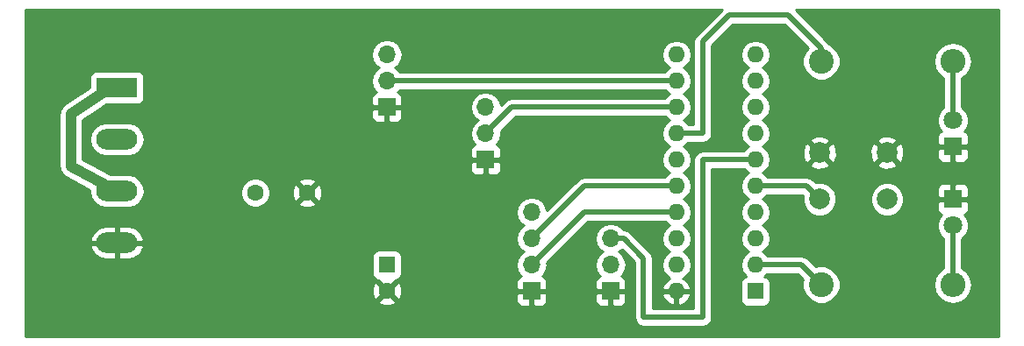
<source format=gbr>
G04 #@! TF.FileFunction,Copper,L2,Bot,Signal*
%FSLAX46Y46*%
G04 Gerber Fmt 4.6, Leading zero omitted, Abs format (unit mm)*
G04 Created by KiCad (PCBNEW 4.0.2+dfsg1-stable) date Wed 21 Feb 2018 02:58:10 PM CET*
%MOMM*%
G01*
G04 APERTURE LIST*
%ADD10C,0.100000*%
%ADD11R,1.600000X1.600000*%
%ADD12C,1.600000*%
%ADD13R,1.800000X1.800000*%
%ADD14C,1.800000*%
%ADD15R,1.700000X1.700000*%
%ADD16O,1.700000X1.700000*%
%ADD17R,3.960000X1.980000*%
%ADD18O,3.960000X1.980000*%
%ADD19C,2.400000*%
%ADD20O,2.400000X2.400000*%
%ADD21C,2.000000*%
%ADD22O,1.600000X1.600000*%
%ADD23C,0.500000*%
%ADD24C,1.000000*%
%ADD25C,0.254000*%
G04 APERTURE END LIST*
D10*
D11*
X142240000Y-126365000D03*
D12*
X142240000Y-128865000D03*
D13*
X196850000Y-114935000D03*
D14*
X196850000Y-112395000D03*
D13*
X196850000Y-120015000D03*
D14*
X196850000Y-122555000D03*
D15*
X151765000Y-116205000D03*
D16*
X151765000Y-113665000D03*
X151765000Y-111125000D03*
D15*
X142240000Y-111125000D03*
D16*
X142240000Y-108585000D03*
X142240000Y-106045000D03*
D15*
X156210000Y-128905000D03*
D16*
X156210000Y-126365000D03*
X156210000Y-123825000D03*
X156210000Y-121285000D03*
D15*
X163830000Y-128905000D03*
D16*
X163830000Y-126365000D03*
X163830000Y-123825000D03*
D17*
X116205000Y-109220000D03*
D18*
X116205000Y-114220000D03*
X116205000Y-124220000D03*
X116205000Y-119220000D03*
D19*
X184150000Y-106680000D03*
D20*
X196850000Y-106680000D03*
D19*
X184150000Y-128270000D03*
D20*
X196850000Y-128270000D03*
D21*
X190500000Y-115515000D03*
X190500000Y-120015000D03*
X184000000Y-115515000D03*
X184000000Y-120015000D03*
D11*
X177800000Y-128905000D03*
D22*
X170180000Y-106045000D03*
X177800000Y-126365000D03*
X170180000Y-108585000D03*
X177800000Y-123825000D03*
X170180000Y-111125000D03*
X177800000Y-121285000D03*
X170180000Y-113665000D03*
X177800000Y-118745000D03*
X170180000Y-116205000D03*
X177800000Y-116205000D03*
X170180000Y-118745000D03*
X177800000Y-113665000D03*
X170180000Y-121285000D03*
X177800000Y-111125000D03*
X170180000Y-123825000D03*
X177800000Y-108585000D03*
X170180000Y-126365000D03*
X177800000Y-106045000D03*
X170180000Y-128905000D03*
D12*
X129540000Y-119380000D03*
X134540000Y-119380000D03*
D23*
X196850000Y-112395000D02*
X196850000Y-106680000D01*
X196850000Y-128270000D02*
X196850000Y-122555000D01*
X170180000Y-111125000D02*
X154305000Y-111125000D01*
X154305000Y-111125000D02*
X151765000Y-113665000D01*
X170180000Y-108585000D02*
X142240000Y-108585000D01*
X170180000Y-121285000D02*
X161290000Y-121285000D01*
X161290000Y-121285000D02*
X156210000Y-126365000D01*
X170180000Y-118745000D02*
X161290000Y-118745000D01*
X161290000Y-118745000D02*
X156210000Y-123825000D01*
X177800000Y-118745000D02*
X182730000Y-118745000D01*
X182730000Y-118745000D02*
X184000000Y-120015000D01*
X172720000Y-113665000D02*
X172720000Y-104775000D01*
X172720000Y-104775000D02*
X175260000Y-102235000D01*
X170180000Y-113665000D02*
X172720000Y-113665000D01*
X184150000Y-105410000D02*
X184150000Y-106680000D01*
X180975000Y-102235000D02*
X184150000Y-105410000D01*
X175260000Y-102235000D02*
X180975000Y-102235000D01*
X177800000Y-126365000D02*
X182245000Y-126365000D01*
X182245000Y-126365000D02*
X184150000Y-128270000D01*
X172720000Y-131445000D02*
X167005000Y-131445000D01*
X172720000Y-116205000D02*
X172720000Y-131445000D01*
X177800000Y-116205000D02*
X172720000Y-116205000D01*
X165100000Y-123825000D02*
X163830000Y-123825000D01*
X167005000Y-125730000D02*
X165100000Y-123825000D01*
X167005000Y-131445000D02*
X167005000Y-125730000D01*
X164465000Y-123825000D02*
X163830000Y-123825000D01*
X116205000Y-109220000D02*
X115570000Y-109220000D01*
D24*
X115570000Y-109220000D02*
X111760000Y-111760000D01*
X111760000Y-111760000D02*
X111760000Y-116840000D01*
X111760000Y-116840000D02*
X116205000Y-119220000D01*
D25*
G36*
X172094210Y-104149210D02*
X171902367Y-104436325D01*
X171902367Y-104436326D01*
X171834999Y-104775000D01*
X171835000Y-104775005D01*
X171835000Y-112780000D01*
X171309473Y-112780000D01*
X171222811Y-112650302D01*
X170840725Y-112395000D01*
X171222811Y-112139698D01*
X171533880Y-111674151D01*
X171643113Y-111125000D01*
X171533880Y-110575849D01*
X171222811Y-110110302D01*
X170840725Y-109855000D01*
X171222811Y-109599698D01*
X171533880Y-109134151D01*
X171643113Y-108585000D01*
X171533880Y-108035849D01*
X171222811Y-107570302D01*
X170840725Y-107315000D01*
X171222811Y-107059698D01*
X171533880Y-106594151D01*
X171643113Y-106045000D01*
X171533880Y-105495849D01*
X171222811Y-105030302D01*
X170757264Y-104719233D01*
X170208113Y-104610000D01*
X170151887Y-104610000D01*
X169602736Y-104719233D01*
X169137189Y-105030302D01*
X168826120Y-105495849D01*
X168716887Y-106045000D01*
X168826120Y-106594151D01*
X169137189Y-107059698D01*
X169519275Y-107315000D01*
X169137189Y-107570302D01*
X169050527Y-107700000D01*
X143429432Y-107700000D01*
X143319147Y-107534946D01*
X142989974Y-107315000D01*
X143319147Y-107095054D01*
X143641054Y-106613285D01*
X143754093Y-106045000D01*
X143641054Y-105476715D01*
X143319147Y-104994946D01*
X142837378Y-104673039D01*
X142269093Y-104560000D01*
X142210907Y-104560000D01*
X141642622Y-104673039D01*
X141160853Y-104994946D01*
X140838946Y-105476715D01*
X140725907Y-106045000D01*
X140838946Y-106613285D01*
X141160853Y-107095054D01*
X141490026Y-107315000D01*
X141160853Y-107534946D01*
X140838946Y-108016715D01*
X140725907Y-108585000D01*
X140838946Y-109153285D01*
X141160853Y-109635054D01*
X141204777Y-109664403D01*
X141030302Y-109736673D01*
X140851673Y-109915301D01*
X140755000Y-110148690D01*
X140755000Y-110839250D01*
X140913750Y-110998000D01*
X142113000Y-110998000D01*
X142113000Y-110978000D01*
X142367000Y-110978000D01*
X142367000Y-110998000D01*
X143566250Y-110998000D01*
X143725000Y-110839250D01*
X143725000Y-110148690D01*
X143628327Y-109915301D01*
X143449698Y-109736673D01*
X143275223Y-109664403D01*
X143319147Y-109635054D01*
X143429432Y-109470000D01*
X169050527Y-109470000D01*
X169137189Y-109599698D01*
X169519275Y-109855000D01*
X169137189Y-110110302D01*
X169050527Y-110240000D01*
X154305000Y-110240000D01*
X153966325Y-110307367D01*
X153679210Y-110499210D01*
X153679208Y-110499213D01*
X153241652Y-110936769D01*
X153166054Y-110556715D01*
X152844147Y-110074946D01*
X152362378Y-109753039D01*
X151794093Y-109640000D01*
X151735907Y-109640000D01*
X151167622Y-109753039D01*
X150685853Y-110074946D01*
X150363946Y-110556715D01*
X150250907Y-111125000D01*
X150363946Y-111693285D01*
X150685853Y-112175054D01*
X151015026Y-112395000D01*
X150685853Y-112614946D01*
X150363946Y-113096715D01*
X150250907Y-113665000D01*
X150363946Y-114233285D01*
X150685853Y-114715054D01*
X150729777Y-114744403D01*
X150555302Y-114816673D01*
X150376673Y-114995301D01*
X150280000Y-115228690D01*
X150280000Y-115919250D01*
X150438750Y-116078000D01*
X151638000Y-116078000D01*
X151638000Y-116058000D01*
X151892000Y-116058000D01*
X151892000Y-116078000D01*
X153091250Y-116078000D01*
X153250000Y-115919250D01*
X153250000Y-115228690D01*
X153153327Y-114995301D01*
X152974698Y-114816673D01*
X152800223Y-114744403D01*
X152844147Y-114715054D01*
X153166054Y-114233285D01*
X153279093Y-113665000D01*
X153235539Y-113446040D01*
X154671579Y-112010000D01*
X169050527Y-112010000D01*
X169137189Y-112139698D01*
X169519275Y-112395000D01*
X169137189Y-112650302D01*
X168826120Y-113115849D01*
X168716887Y-113665000D01*
X168826120Y-114214151D01*
X169137189Y-114679698D01*
X169519275Y-114935000D01*
X169137189Y-115190302D01*
X168826120Y-115655849D01*
X168716887Y-116205000D01*
X168826120Y-116754151D01*
X169137189Y-117219698D01*
X169519275Y-117475000D01*
X169137189Y-117730302D01*
X169050527Y-117860000D01*
X161290005Y-117860000D01*
X161290000Y-117859999D01*
X161007516Y-117916190D01*
X160951325Y-117927367D01*
X160664210Y-118119210D01*
X160664208Y-118119213D01*
X157686651Y-121096769D01*
X157611054Y-120716715D01*
X157289147Y-120234946D01*
X156807378Y-119913039D01*
X156239093Y-119800000D01*
X156180907Y-119800000D01*
X155612622Y-119913039D01*
X155130853Y-120234946D01*
X154808946Y-120716715D01*
X154695907Y-121285000D01*
X154808946Y-121853285D01*
X155130853Y-122335054D01*
X155460026Y-122555000D01*
X155130853Y-122774946D01*
X154808946Y-123256715D01*
X154695907Y-123825000D01*
X154808946Y-124393285D01*
X155130853Y-124875054D01*
X155460026Y-125095000D01*
X155130853Y-125314946D01*
X154808946Y-125796715D01*
X154695907Y-126365000D01*
X154808946Y-126933285D01*
X155130853Y-127415054D01*
X155174777Y-127444403D01*
X155000302Y-127516673D01*
X154821673Y-127695301D01*
X154725000Y-127928690D01*
X154725000Y-128619250D01*
X154883750Y-128778000D01*
X156083000Y-128778000D01*
X156083000Y-128758000D01*
X156337000Y-128758000D01*
X156337000Y-128778000D01*
X157536250Y-128778000D01*
X157695000Y-128619250D01*
X157695000Y-127928690D01*
X157598327Y-127695301D01*
X157419698Y-127516673D01*
X157245223Y-127444403D01*
X157289147Y-127415054D01*
X157611054Y-126933285D01*
X157724093Y-126365000D01*
X157680539Y-126146041D01*
X160001579Y-123825000D01*
X162315907Y-123825000D01*
X162428946Y-124393285D01*
X162750853Y-124875054D01*
X163080026Y-125095000D01*
X162750853Y-125314946D01*
X162428946Y-125796715D01*
X162315907Y-126365000D01*
X162428946Y-126933285D01*
X162750853Y-127415054D01*
X162794777Y-127444403D01*
X162620302Y-127516673D01*
X162441673Y-127695301D01*
X162345000Y-127928690D01*
X162345000Y-128619250D01*
X162503750Y-128778000D01*
X163703000Y-128778000D01*
X163703000Y-128758000D01*
X163957000Y-128758000D01*
X163957000Y-128778000D01*
X165156250Y-128778000D01*
X165315000Y-128619250D01*
X165315000Y-127928690D01*
X165218327Y-127695301D01*
X165039698Y-127516673D01*
X164865223Y-127444403D01*
X164909147Y-127415054D01*
X165231054Y-126933285D01*
X165344093Y-126365000D01*
X165231054Y-125796715D01*
X164909147Y-125314946D01*
X164579974Y-125095000D01*
X164902749Y-124879329D01*
X166120000Y-126096579D01*
X166120000Y-131445000D01*
X166187367Y-131783675D01*
X166379210Y-132070790D01*
X166666325Y-132262633D01*
X167005000Y-132330000D01*
X172720000Y-132330000D01*
X173058675Y-132262633D01*
X173345790Y-132070790D01*
X173537633Y-131783675D01*
X173605000Y-131445000D01*
X173605000Y-117090000D01*
X176670527Y-117090000D01*
X176757189Y-117219698D01*
X177139275Y-117475000D01*
X176757189Y-117730302D01*
X176446120Y-118195849D01*
X176336887Y-118745000D01*
X176446120Y-119294151D01*
X176757189Y-119759698D01*
X177139275Y-120015000D01*
X176757189Y-120270302D01*
X176446120Y-120735849D01*
X176336887Y-121285000D01*
X176446120Y-121834151D01*
X176757189Y-122299698D01*
X177139275Y-122555000D01*
X176757189Y-122810302D01*
X176446120Y-123275849D01*
X176336887Y-123825000D01*
X176446120Y-124374151D01*
X176757189Y-124839698D01*
X177139275Y-125095000D01*
X176757189Y-125350302D01*
X176446120Y-125815849D01*
X176336887Y-126365000D01*
X176446120Y-126914151D01*
X176757189Y-127379698D01*
X176901465Y-127476101D01*
X176764683Y-127501838D01*
X176548559Y-127640910D01*
X176403569Y-127853110D01*
X176352560Y-128105000D01*
X176352560Y-129705000D01*
X176396838Y-129940317D01*
X176535910Y-130156441D01*
X176748110Y-130301431D01*
X177000000Y-130352440D01*
X178600000Y-130352440D01*
X178835317Y-130308162D01*
X179051441Y-130169090D01*
X179196431Y-129956890D01*
X179247440Y-129705000D01*
X179247440Y-128105000D01*
X179203162Y-127869683D01*
X179064090Y-127653559D01*
X178851890Y-127508569D01*
X178696911Y-127477185D01*
X178842811Y-127379698D01*
X178929473Y-127250000D01*
X181878420Y-127250000D01*
X182378840Y-127750420D01*
X182315319Y-127903395D01*
X182314682Y-128633403D01*
X182593455Y-129308086D01*
X183109199Y-129824730D01*
X183783395Y-130104681D01*
X184513403Y-130105318D01*
X185188086Y-129826545D01*
X185704730Y-129310801D01*
X185984681Y-128636605D01*
X185985000Y-128270000D01*
X194979050Y-128270000D01*
X195118731Y-128972224D01*
X195516509Y-129567541D01*
X196111826Y-129965319D01*
X196814050Y-130105000D01*
X196885950Y-130105000D01*
X197588174Y-129965319D01*
X198183491Y-129567541D01*
X198581269Y-128972224D01*
X198720950Y-128270000D01*
X198581269Y-127567776D01*
X198183491Y-126972459D01*
X197735000Y-126672787D01*
X197735000Y-123840468D01*
X198150551Y-123425643D01*
X198384733Y-122861670D01*
X198385265Y-122251009D01*
X198152068Y-121686629D01*
X197974908Y-121509159D01*
X198109699Y-121453327D01*
X198288327Y-121274698D01*
X198385000Y-121041309D01*
X198385000Y-120300750D01*
X198226250Y-120142000D01*
X196977000Y-120142000D01*
X196977000Y-120162000D01*
X196723000Y-120162000D01*
X196723000Y-120142000D01*
X195473750Y-120142000D01*
X195315000Y-120300750D01*
X195315000Y-121041309D01*
X195411673Y-121274698D01*
X195590301Y-121453327D01*
X195724994Y-121509119D01*
X195549449Y-121684357D01*
X195315267Y-122248330D01*
X195314735Y-122858991D01*
X195547932Y-123423371D01*
X195965000Y-123841169D01*
X195965000Y-126672787D01*
X195516509Y-126972459D01*
X195118731Y-127567776D01*
X194979050Y-128270000D01*
X185985000Y-128270000D01*
X185985318Y-127906597D01*
X185706545Y-127231914D01*
X185190801Y-126715270D01*
X184516605Y-126435319D01*
X183786597Y-126434682D01*
X183630684Y-126499104D01*
X182870790Y-125739210D01*
X182857006Y-125730000D01*
X182583675Y-125547367D01*
X182527484Y-125536190D01*
X182245000Y-125479999D01*
X182244995Y-125480000D01*
X178929473Y-125480000D01*
X178842811Y-125350302D01*
X178460725Y-125095000D01*
X178842811Y-124839698D01*
X179153880Y-124374151D01*
X179263113Y-123825000D01*
X179153880Y-123275849D01*
X178842811Y-122810302D01*
X178460725Y-122555000D01*
X178842811Y-122299698D01*
X179153880Y-121834151D01*
X179263113Y-121285000D01*
X179153880Y-120735849D01*
X178842811Y-120270302D01*
X178460725Y-120015000D01*
X178842811Y-119759698D01*
X178929473Y-119630000D01*
X182363420Y-119630000D01*
X182381858Y-119648438D01*
X182365284Y-119688352D01*
X182364716Y-120338795D01*
X182613106Y-120939943D01*
X183072637Y-121400278D01*
X183673352Y-121649716D01*
X184323795Y-121650284D01*
X184924943Y-121401894D01*
X185385278Y-120942363D01*
X185634716Y-120341648D01*
X185634718Y-120338795D01*
X188864716Y-120338795D01*
X189113106Y-120939943D01*
X189572637Y-121400278D01*
X190173352Y-121649716D01*
X190823795Y-121650284D01*
X191424943Y-121401894D01*
X191885278Y-120942363D01*
X192134716Y-120341648D01*
X192135284Y-119691205D01*
X191886894Y-119090057D01*
X191785706Y-118988691D01*
X195315000Y-118988691D01*
X195315000Y-119729250D01*
X195473750Y-119888000D01*
X196723000Y-119888000D01*
X196723000Y-118638750D01*
X196977000Y-118638750D01*
X196977000Y-119888000D01*
X198226250Y-119888000D01*
X198385000Y-119729250D01*
X198385000Y-118988691D01*
X198288327Y-118755302D01*
X198109699Y-118576673D01*
X197876310Y-118480000D01*
X197135750Y-118480000D01*
X196977000Y-118638750D01*
X196723000Y-118638750D01*
X196564250Y-118480000D01*
X195823690Y-118480000D01*
X195590301Y-118576673D01*
X195411673Y-118755302D01*
X195315000Y-118988691D01*
X191785706Y-118988691D01*
X191427363Y-118629722D01*
X190826648Y-118380284D01*
X190176205Y-118379716D01*
X189575057Y-118628106D01*
X189114722Y-119087637D01*
X188865284Y-119688352D01*
X188864716Y-120338795D01*
X185634718Y-120338795D01*
X185635284Y-119691205D01*
X185386894Y-119090057D01*
X184927363Y-118629722D01*
X184326648Y-118380284D01*
X183676205Y-118379716D01*
X183633812Y-118397232D01*
X183355790Y-118119210D01*
X183283565Y-118070951D01*
X183068675Y-117927367D01*
X183012484Y-117916190D01*
X182730000Y-117859999D01*
X182729995Y-117860000D01*
X178929473Y-117860000D01*
X178842811Y-117730302D01*
X178460725Y-117475000D01*
X178842811Y-117219698D01*
X179153880Y-116754151D01*
X179171109Y-116667532D01*
X183027073Y-116667532D01*
X183125736Y-116934387D01*
X183735461Y-117160908D01*
X184385460Y-117136856D01*
X184874264Y-116934387D01*
X184972927Y-116667532D01*
X189527073Y-116667532D01*
X189625736Y-116934387D01*
X190235461Y-117160908D01*
X190885460Y-117136856D01*
X191374264Y-116934387D01*
X191472927Y-116667532D01*
X190500000Y-115694605D01*
X189527073Y-116667532D01*
X184972927Y-116667532D01*
X184000000Y-115694605D01*
X183027073Y-116667532D01*
X179171109Y-116667532D01*
X179263113Y-116205000D01*
X179153880Y-115655849D01*
X178883009Y-115250461D01*
X182354092Y-115250461D01*
X182378144Y-115900460D01*
X182580613Y-116389264D01*
X182847468Y-116487927D01*
X183820395Y-115515000D01*
X184179605Y-115515000D01*
X185152532Y-116487927D01*
X185419387Y-116389264D01*
X185645908Y-115779539D01*
X185626331Y-115250461D01*
X188854092Y-115250461D01*
X188878144Y-115900460D01*
X189080613Y-116389264D01*
X189347468Y-116487927D01*
X190320395Y-115515000D01*
X190679605Y-115515000D01*
X191652532Y-116487927D01*
X191919387Y-116389264D01*
X192145908Y-115779539D01*
X192125232Y-115220750D01*
X195315000Y-115220750D01*
X195315000Y-115961309D01*
X195411673Y-116194698D01*
X195590301Y-116373327D01*
X195823690Y-116470000D01*
X196564250Y-116470000D01*
X196723000Y-116311250D01*
X196723000Y-115062000D01*
X196977000Y-115062000D01*
X196977000Y-116311250D01*
X197135750Y-116470000D01*
X197876310Y-116470000D01*
X198109699Y-116373327D01*
X198288327Y-116194698D01*
X198385000Y-115961309D01*
X198385000Y-115220750D01*
X198226250Y-115062000D01*
X196977000Y-115062000D01*
X196723000Y-115062000D01*
X195473750Y-115062000D01*
X195315000Y-115220750D01*
X192125232Y-115220750D01*
X192121856Y-115129540D01*
X191919387Y-114640736D01*
X191652532Y-114542073D01*
X190679605Y-115515000D01*
X190320395Y-115515000D01*
X189347468Y-114542073D01*
X189080613Y-114640736D01*
X188854092Y-115250461D01*
X185626331Y-115250461D01*
X185621856Y-115129540D01*
X185419387Y-114640736D01*
X185152532Y-114542073D01*
X184179605Y-115515000D01*
X183820395Y-115515000D01*
X182847468Y-114542073D01*
X182580613Y-114640736D01*
X182354092Y-115250461D01*
X178883009Y-115250461D01*
X178842811Y-115190302D01*
X178460725Y-114935000D01*
X178842811Y-114679698D01*
X179054777Y-114362468D01*
X183027073Y-114362468D01*
X184000000Y-115335395D01*
X184972927Y-114362468D01*
X189527073Y-114362468D01*
X190500000Y-115335395D01*
X191472927Y-114362468D01*
X191374264Y-114095613D01*
X190764539Y-113869092D01*
X190114540Y-113893144D01*
X189625736Y-114095613D01*
X189527073Y-114362468D01*
X184972927Y-114362468D01*
X184874264Y-114095613D01*
X184264539Y-113869092D01*
X183614540Y-113893144D01*
X183125736Y-114095613D01*
X183027073Y-114362468D01*
X179054777Y-114362468D01*
X179153880Y-114214151D01*
X179263113Y-113665000D01*
X179153880Y-113115849D01*
X178842811Y-112650302D01*
X178460725Y-112395000D01*
X178842811Y-112139698D01*
X179153880Y-111674151D01*
X179263113Y-111125000D01*
X179153880Y-110575849D01*
X178842811Y-110110302D01*
X178460725Y-109855000D01*
X178842811Y-109599698D01*
X179153880Y-109134151D01*
X179263113Y-108585000D01*
X179153880Y-108035849D01*
X178842811Y-107570302D01*
X178460725Y-107315000D01*
X178842811Y-107059698D01*
X179153880Y-106594151D01*
X179263113Y-106045000D01*
X179153880Y-105495849D01*
X178842811Y-105030302D01*
X178377264Y-104719233D01*
X177828113Y-104610000D01*
X177771887Y-104610000D01*
X177222736Y-104719233D01*
X176757189Y-105030302D01*
X176446120Y-105495849D01*
X176336887Y-106045000D01*
X176446120Y-106594151D01*
X176757189Y-107059698D01*
X177139275Y-107315000D01*
X176757189Y-107570302D01*
X176446120Y-108035849D01*
X176336887Y-108585000D01*
X176446120Y-109134151D01*
X176757189Y-109599698D01*
X177139275Y-109855000D01*
X176757189Y-110110302D01*
X176446120Y-110575849D01*
X176336887Y-111125000D01*
X176446120Y-111674151D01*
X176757189Y-112139698D01*
X177139275Y-112395000D01*
X176757189Y-112650302D01*
X176446120Y-113115849D01*
X176336887Y-113665000D01*
X176446120Y-114214151D01*
X176757189Y-114679698D01*
X177139275Y-114935000D01*
X176757189Y-115190302D01*
X176670527Y-115320000D01*
X172720000Y-115320000D01*
X172381325Y-115387367D01*
X172094210Y-115579210D01*
X171902367Y-115866325D01*
X171835000Y-116205000D01*
X171835000Y-130560000D01*
X167890000Y-130560000D01*
X167890000Y-129254039D01*
X168788096Y-129254039D01*
X168948959Y-129642423D01*
X169324866Y-130057389D01*
X169830959Y-130296914D01*
X170053000Y-130175629D01*
X170053000Y-129032000D01*
X170307000Y-129032000D01*
X170307000Y-130175629D01*
X170529041Y-130296914D01*
X171035134Y-130057389D01*
X171411041Y-129642423D01*
X171571904Y-129254039D01*
X171449915Y-129032000D01*
X170307000Y-129032000D01*
X170053000Y-129032000D01*
X168910085Y-129032000D01*
X168788096Y-129254039D01*
X167890000Y-129254039D01*
X167890000Y-125730005D01*
X167890001Y-125730000D01*
X167822633Y-125391326D01*
X167822633Y-125391325D01*
X167630790Y-125104210D01*
X167630787Y-125104208D01*
X165725790Y-123199210D01*
X165668236Y-123160754D01*
X165438675Y-123007367D01*
X165382484Y-122996190D01*
X165100000Y-122939999D01*
X165099995Y-122940000D01*
X165019432Y-122940000D01*
X164909147Y-122774946D01*
X164427378Y-122453039D01*
X163859093Y-122340000D01*
X163800907Y-122340000D01*
X163232622Y-122453039D01*
X162750853Y-122774946D01*
X162428946Y-123256715D01*
X162315907Y-123825000D01*
X160001579Y-123825000D01*
X161656579Y-122170000D01*
X169050527Y-122170000D01*
X169137189Y-122299698D01*
X169519275Y-122555000D01*
X169137189Y-122810302D01*
X168826120Y-123275849D01*
X168716887Y-123825000D01*
X168826120Y-124374151D01*
X169137189Y-124839698D01*
X169519275Y-125095000D01*
X169137189Y-125350302D01*
X168826120Y-125815849D01*
X168716887Y-126365000D01*
X168826120Y-126914151D01*
X169137189Y-127379698D01*
X169541703Y-127649986D01*
X169324866Y-127752611D01*
X168948959Y-128167577D01*
X168788096Y-128555961D01*
X168910085Y-128778000D01*
X170053000Y-128778000D01*
X170053000Y-128758000D01*
X170307000Y-128758000D01*
X170307000Y-128778000D01*
X171449915Y-128778000D01*
X171571904Y-128555961D01*
X171411041Y-128167577D01*
X171035134Y-127752611D01*
X170818297Y-127649986D01*
X171222811Y-127379698D01*
X171533880Y-126914151D01*
X171643113Y-126365000D01*
X171533880Y-125815849D01*
X171222811Y-125350302D01*
X170840725Y-125095000D01*
X171222811Y-124839698D01*
X171533880Y-124374151D01*
X171643113Y-123825000D01*
X171533880Y-123275849D01*
X171222811Y-122810302D01*
X170840725Y-122555000D01*
X171222811Y-122299698D01*
X171533880Y-121834151D01*
X171643113Y-121285000D01*
X171533880Y-120735849D01*
X171222811Y-120270302D01*
X170840725Y-120015000D01*
X171222811Y-119759698D01*
X171533880Y-119294151D01*
X171643113Y-118745000D01*
X171533880Y-118195849D01*
X171222811Y-117730302D01*
X170840725Y-117475000D01*
X171222811Y-117219698D01*
X171533880Y-116754151D01*
X171643113Y-116205000D01*
X171533880Y-115655849D01*
X171222811Y-115190302D01*
X170840725Y-114935000D01*
X171222811Y-114679698D01*
X171309473Y-114550000D01*
X172720000Y-114550000D01*
X173058675Y-114482633D01*
X173345790Y-114290790D01*
X173537633Y-114003675D01*
X173605000Y-113665000D01*
X173605000Y-105141580D01*
X175626579Y-103120000D01*
X180608420Y-103120000D01*
X182861677Y-105373256D01*
X182595270Y-105639199D01*
X182315319Y-106313395D01*
X182314682Y-107043403D01*
X182593455Y-107718086D01*
X183109199Y-108234730D01*
X183783395Y-108514681D01*
X184513403Y-108515318D01*
X185188086Y-108236545D01*
X185704730Y-107720801D01*
X185984681Y-107046605D01*
X185985000Y-106680000D01*
X194979050Y-106680000D01*
X195118731Y-107382224D01*
X195516509Y-107977541D01*
X195965000Y-108277213D01*
X195965000Y-111109532D01*
X195549449Y-111524357D01*
X195315267Y-112088330D01*
X195314735Y-112698991D01*
X195547932Y-113263371D01*
X195725092Y-113440841D01*
X195590301Y-113496673D01*
X195411673Y-113675302D01*
X195315000Y-113908691D01*
X195315000Y-114649250D01*
X195473750Y-114808000D01*
X196723000Y-114808000D01*
X196723000Y-114788000D01*
X196977000Y-114788000D01*
X196977000Y-114808000D01*
X198226250Y-114808000D01*
X198385000Y-114649250D01*
X198385000Y-113908691D01*
X198288327Y-113675302D01*
X198109699Y-113496673D01*
X197975006Y-113440881D01*
X198150551Y-113265643D01*
X198384733Y-112701670D01*
X198385265Y-112091009D01*
X198152068Y-111526629D01*
X197735000Y-111108831D01*
X197735000Y-108277213D01*
X198183491Y-107977541D01*
X198581269Y-107382224D01*
X198720950Y-106680000D01*
X198581269Y-105977776D01*
X198183491Y-105382459D01*
X197588174Y-104984681D01*
X196885950Y-104845000D01*
X196814050Y-104845000D01*
X196111826Y-104984681D01*
X195516509Y-105382459D01*
X195118731Y-105977776D01*
X194979050Y-106680000D01*
X185985000Y-106680000D01*
X185985318Y-106316597D01*
X185706545Y-105641914D01*
X185190801Y-105125270D01*
X184931824Y-105017733D01*
X184775790Y-104784210D01*
X184775787Y-104784208D01*
X181666580Y-101675000D01*
X201220000Y-101675000D01*
X201220000Y-133275000D01*
X107390000Y-133275000D01*
X107390000Y-129872745D01*
X141411861Y-129872745D01*
X141485995Y-130118864D01*
X142023223Y-130311965D01*
X142593454Y-130284778D01*
X142994005Y-130118864D01*
X143068139Y-129872745D01*
X142240000Y-129044605D01*
X141411861Y-129872745D01*
X107390000Y-129872745D01*
X107390000Y-128648223D01*
X140793035Y-128648223D01*
X140820222Y-129218454D01*
X140986136Y-129619005D01*
X141232255Y-129693139D01*
X142060395Y-128865000D01*
X142419605Y-128865000D01*
X143247745Y-129693139D01*
X143493864Y-129619005D01*
X143647795Y-129190750D01*
X154725000Y-129190750D01*
X154725000Y-129881310D01*
X154821673Y-130114699D01*
X155000302Y-130293327D01*
X155233691Y-130390000D01*
X155924250Y-130390000D01*
X156083000Y-130231250D01*
X156083000Y-129032000D01*
X156337000Y-129032000D01*
X156337000Y-130231250D01*
X156495750Y-130390000D01*
X157186309Y-130390000D01*
X157419698Y-130293327D01*
X157598327Y-130114699D01*
X157695000Y-129881310D01*
X157695000Y-129190750D01*
X162345000Y-129190750D01*
X162345000Y-129881310D01*
X162441673Y-130114699D01*
X162620302Y-130293327D01*
X162853691Y-130390000D01*
X163544250Y-130390000D01*
X163703000Y-130231250D01*
X163703000Y-129032000D01*
X163957000Y-129032000D01*
X163957000Y-130231250D01*
X164115750Y-130390000D01*
X164806309Y-130390000D01*
X165039698Y-130293327D01*
X165218327Y-130114699D01*
X165315000Y-129881310D01*
X165315000Y-129190750D01*
X165156250Y-129032000D01*
X163957000Y-129032000D01*
X163703000Y-129032000D01*
X162503750Y-129032000D01*
X162345000Y-129190750D01*
X157695000Y-129190750D01*
X157536250Y-129032000D01*
X156337000Y-129032000D01*
X156083000Y-129032000D01*
X154883750Y-129032000D01*
X154725000Y-129190750D01*
X143647795Y-129190750D01*
X143686965Y-129081777D01*
X143659778Y-128511546D01*
X143493864Y-128110995D01*
X143247745Y-128036861D01*
X142419605Y-128865000D01*
X142060395Y-128865000D01*
X141232255Y-128036861D01*
X140986136Y-128110995D01*
X140793035Y-128648223D01*
X107390000Y-128648223D01*
X107390000Y-124598865D01*
X113634782Y-124598865D01*
X113665095Y-124724528D01*
X113976149Y-125279246D01*
X114475807Y-125672703D01*
X115088000Y-125845000D01*
X116078000Y-125845000D01*
X116078000Y-124347000D01*
X116332000Y-124347000D01*
X116332000Y-125845000D01*
X117322000Y-125845000D01*
X117934193Y-125672703D01*
X118070966Y-125565000D01*
X140792560Y-125565000D01*
X140792560Y-127165000D01*
X140836838Y-127400317D01*
X140975910Y-127616441D01*
X141188110Y-127761431D01*
X141426201Y-127809646D01*
X141411861Y-127857255D01*
X142240000Y-128685395D01*
X143068139Y-127857255D01*
X143053855Y-127809833D01*
X143275317Y-127768162D01*
X143491441Y-127629090D01*
X143636431Y-127416890D01*
X143687440Y-127165000D01*
X143687440Y-125565000D01*
X143643162Y-125329683D01*
X143504090Y-125113559D01*
X143291890Y-124968569D01*
X143040000Y-124917560D01*
X141440000Y-124917560D01*
X141204683Y-124961838D01*
X140988559Y-125100910D01*
X140843569Y-125313110D01*
X140792560Y-125565000D01*
X118070966Y-125565000D01*
X118433851Y-125279246D01*
X118744905Y-124724528D01*
X118775218Y-124598865D01*
X118655740Y-124347000D01*
X116332000Y-124347000D01*
X116078000Y-124347000D01*
X113754260Y-124347000D01*
X113634782Y-124598865D01*
X107390000Y-124598865D01*
X107390000Y-123841135D01*
X113634782Y-123841135D01*
X113754260Y-124093000D01*
X116078000Y-124093000D01*
X116078000Y-122595000D01*
X116332000Y-122595000D01*
X116332000Y-124093000D01*
X118655740Y-124093000D01*
X118775218Y-123841135D01*
X118744905Y-123715472D01*
X118433851Y-123160754D01*
X117934193Y-122767297D01*
X117322000Y-122595000D01*
X116332000Y-122595000D01*
X116078000Y-122595000D01*
X115088000Y-122595000D01*
X114475807Y-122767297D01*
X113976149Y-123160754D01*
X113665095Y-123715472D01*
X113634782Y-123841135D01*
X107390000Y-123841135D01*
X107390000Y-111760000D01*
X110625000Y-111760000D01*
X110625000Y-116840000D01*
X110657451Y-117003143D01*
X110673637Y-117168694D01*
X110700333Y-117218726D01*
X110711397Y-117274346D01*
X110803810Y-117412652D01*
X110882117Y-117559407D01*
X110925929Y-117595415D01*
X110957434Y-117642566D01*
X111095738Y-117734978D01*
X111224247Y-117840597D01*
X113563960Y-119093356D01*
X113538769Y-119220000D01*
X113662465Y-119841861D01*
X114014720Y-120369049D01*
X114541908Y-120721304D01*
X115163769Y-120845000D01*
X117246231Y-120845000D01*
X117868092Y-120721304D01*
X118395280Y-120369049D01*
X118747535Y-119841861D01*
X118782876Y-119664187D01*
X128104752Y-119664187D01*
X128322757Y-120191800D01*
X128726077Y-120595824D01*
X129253309Y-120814750D01*
X129824187Y-120815248D01*
X130351800Y-120597243D01*
X130561663Y-120387745D01*
X133711861Y-120387745D01*
X133785995Y-120633864D01*
X134323223Y-120826965D01*
X134893454Y-120799778D01*
X135294005Y-120633864D01*
X135368139Y-120387745D01*
X134540000Y-119559605D01*
X133711861Y-120387745D01*
X130561663Y-120387745D01*
X130755824Y-120193923D01*
X130974750Y-119666691D01*
X130975189Y-119163223D01*
X133093035Y-119163223D01*
X133120222Y-119733454D01*
X133286136Y-120134005D01*
X133532255Y-120208139D01*
X134360395Y-119380000D01*
X134719605Y-119380000D01*
X135547745Y-120208139D01*
X135793864Y-120134005D01*
X135986965Y-119596777D01*
X135959778Y-119026546D01*
X135793864Y-118625995D01*
X135547745Y-118551861D01*
X134719605Y-119380000D01*
X134360395Y-119380000D01*
X133532255Y-118551861D01*
X133286136Y-118625995D01*
X133093035Y-119163223D01*
X130975189Y-119163223D01*
X130975248Y-119095813D01*
X130757243Y-118568200D01*
X130561640Y-118372255D01*
X133711861Y-118372255D01*
X134540000Y-119200395D01*
X135368139Y-118372255D01*
X135294005Y-118126136D01*
X134756777Y-117933035D01*
X134186546Y-117960222D01*
X133785995Y-118126136D01*
X133711861Y-118372255D01*
X130561640Y-118372255D01*
X130353923Y-118164176D01*
X129826691Y-117945250D01*
X129255813Y-117944752D01*
X128728200Y-118162757D01*
X128324176Y-118566077D01*
X128105250Y-119093309D01*
X128104752Y-119664187D01*
X118782876Y-119664187D01*
X118871231Y-119220000D01*
X118747535Y-118598139D01*
X118395280Y-118070951D01*
X117868092Y-117718696D01*
X117246231Y-117595000D01*
X115574589Y-117595000D01*
X113512239Y-116490750D01*
X150280000Y-116490750D01*
X150280000Y-117181310D01*
X150376673Y-117414699D01*
X150555302Y-117593327D01*
X150788691Y-117690000D01*
X151479250Y-117690000D01*
X151638000Y-117531250D01*
X151638000Y-116332000D01*
X151892000Y-116332000D01*
X151892000Y-117531250D01*
X152050750Y-117690000D01*
X152741309Y-117690000D01*
X152974698Y-117593327D01*
X153153327Y-117414699D01*
X153250000Y-117181310D01*
X153250000Y-116490750D01*
X153091250Y-116332000D01*
X151892000Y-116332000D01*
X151638000Y-116332000D01*
X150438750Y-116332000D01*
X150280000Y-116490750D01*
X113512239Y-116490750D01*
X112895000Y-116160260D01*
X112895000Y-114220000D01*
X113538769Y-114220000D01*
X113662465Y-114841861D01*
X114014720Y-115369049D01*
X114541908Y-115721304D01*
X115163769Y-115845000D01*
X117246231Y-115845000D01*
X117868092Y-115721304D01*
X118395280Y-115369049D01*
X118747535Y-114841861D01*
X118871231Y-114220000D01*
X118747535Y-113598139D01*
X118395280Y-113070951D01*
X117868092Y-112718696D01*
X117246231Y-112595000D01*
X115163769Y-112595000D01*
X114541908Y-112718696D01*
X114014720Y-113070951D01*
X113662465Y-113598139D01*
X113538769Y-114220000D01*
X112895000Y-114220000D01*
X112895000Y-112367434D01*
X114330026Y-111410750D01*
X140755000Y-111410750D01*
X140755000Y-112101310D01*
X140851673Y-112334699D01*
X141030302Y-112513327D01*
X141263691Y-112610000D01*
X141954250Y-112610000D01*
X142113000Y-112451250D01*
X142113000Y-111252000D01*
X142367000Y-111252000D01*
X142367000Y-112451250D01*
X142525750Y-112610000D01*
X143216309Y-112610000D01*
X143449698Y-112513327D01*
X143628327Y-112334699D01*
X143725000Y-112101310D01*
X143725000Y-111410750D01*
X143566250Y-111252000D01*
X142367000Y-111252000D01*
X142113000Y-111252000D01*
X140913750Y-111252000D01*
X140755000Y-111410750D01*
X114330026Y-111410750D01*
X115159991Y-110857440D01*
X118185000Y-110857440D01*
X118420317Y-110813162D01*
X118636441Y-110674090D01*
X118781431Y-110461890D01*
X118832440Y-110210000D01*
X118832440Y-108230000D01*
X118788162Y-107994683D01*
X118649090Y-107778559D01*
X118436890Y-107633569D01*
X118185000Y-107582560D01*
X114225000Y-107582560D01*
X113989683Y-107626838D01*
X113773559Y-107765910D01*
X113628569Y-107978110D01*
X113577560Y-108230000D01*
X113577560Y-109184193D01*
X111130415Y-110815623D01*
X111050869Y-110895002D01*
X110957434Y-110957434D01*
X110895655Y-111049892D01*
X110816942Y-111128441D01*
X110773829Y-111232218D01*
X110711397Y-111325654D01*
X110689703Y-111434717D01*
X110647041Y-111537408D01*
X110646924Y-111649783D01*
X110625000Y-111760000D01*
X107390000Y-111760000D01*
X107390000Y-101675000D01*
X174568421Y-101675000D01*
X172094210Y-104149210D01*
X172094210Y-104149210D01*
G37*
X172094210Y-104149210D02*
X171902367Y-104436325D01*
X171902367Y-104436326D01*
X171834999Y-104775000D01*
X171835000Y-104775005D01*
X171835000Y-112780000D01*
X171309473Y-112780000D01*
X171222811Y-112650302D01*
X170840725Y-112395000D01*
X171222811Y-112139698D01*
X171533880Y-111674151D01*
X171643113Y-111125000D01*
X171533880Y-110575849D01*
X171222811Y-110110302D01*
X170840725Y-109855000D01*
X171222811Y-109599698D01*
X171533880Y-109134151D01*
X171643113Y-108585000D01*
X171533880Y-108035849D01*
X171222811Y-107570302D01*
X170840725Y-107315000D01*
X171222811Y-107059698D01*
X171533880Y-106594151D01*
X171643113Y-106045000D01*
X171533880Y-105495849D01*
X171222811Y-105030302D01*
X170757264Y-104719233D01*
X170208113Y-104610000D01*
X170151887Y-104610000D01*
X169602736Y-104719233D01*
X169137189Y-105030302D01*
X168826120Y-105495849D01*
X168716887Y-106045000D01*
X168826120Y-106594151D01*
X169137189Y-107059698D01*
X169519275Y-107315000D01*
X169137189Y-107570302D01*
X169050527Y-107700000D01*
X143429432Y-107700000D01*
X143319147Y-107534946D01*
X142989974Y-107315000D01*
X143319147Y-107095054D01*
X143641054Y-106613285D01*
X143754093Y-106045000D01*
X143641054Y-105476715D01*
X143319147Y-104994946D01*
X142837378Y-104673039D01*
X142269093Y-104560000D01*
X142210907Y-104560000D01*
X141642622Y-104673039D01*
X141160853Y-104994946D01*
X140838946Y-105476715D01*
X140725907Y-106045000D01*
X140838946Y-106613285D01*
X141160853Y-107095054D01*
X141490026Y-107315000D01*
X141160853Y-107534946D01*
X140838946Y-108016715D01*
X140725907Y-108585000D01*
X140838946Y-109153285D01*
X141160853Y-109635054D01*
X141204777Y-109664403D01*
X141030302Y-109736673D01*
X140851673Y-109915301D01*
X140755000Y-110148690D01*
X140755000Y-110839250D01*
X140913750Y-110998000D01*
X142113000Y-110998000D01*
X142113000Y-110978000D01*
X142367000Y-110978000D01*
X142367000Y-110998000D01*
X143566250Y-110998000D01*
X143725000Y-110839250D01*
X143725000Y-110148690D01*
X143628327Y-109915301D01*
X143449698Y-109736673D01*
X143275223Y-109664403D01*
X143319147Y-109635054D01*
X143429432Y-109470000D01*
X169050527Y-109470000D01*
X169137189Y-109599698D01*
X169519275Y-109855000D01*
X169137189Y-110110302D01*
X169050527Y-110240000D01*
X154305000Y-110240000D01*
X153966325Y-110307367D01*
X153679210Y-110499210D01*
X153679208Y-110499213D01*
X153241652Y-110936769D01*
X153166054Y-110556715D01*
X152844147Y-110074946D01*
X152362378Y-109753039D01*
X151794093Y-109640000D01*
X151735907Y-109640000D01*
X151167622Y-109753039D01*
X150685853Y-110074946D01*
X150363946Y-110556715D01*
X150250907Y-111125000D01*
X150363946Y-111693285D01*
X150685853Y-112175054D01*
X151015026Y-112395000D01*
X150685853Y-112614946D01*
X150363946Y-113096715D01*
X150250907Y-113665000D01*
X150363946Y-114233285D01*
X150685853Y-114715054D01*
X150729777Y-114744403D01*
X150555302Y-114816673D01*
X150376673Y-114995301D01*
X150280000Y-115228690D01*
X150280000Y-115919250D01*
X150438750Y-116078000D01*
X151638000Y-116078000D01*
X151638000Y-116058000D01*
X151892000Y-116058000D01*
X151892000Y-116078000D01*
X153091250Y-116078000D01*
X153250000Y-115919250D01*
X153250000Y-115228690D01*
X153153327Y-114995301D01*
X152974698Y-114816673D01*
X152800223Y-114744403D01*
X152844147Y-114715054D01*
X153166054Y-114233285D01*
X153279093Y-113665000D01*
X153235539Y-113446040D01*
X154671579Y-112010000D01*
X169050527Y-112010000D01*
X169137189Y-112139698D01*
X169519275Y-112395000D01*
X169137189Y-112650302D01*
X168826120Y-113115849D01*
X168716887Y-113665000D01*
X168826120Y-114214151D01*
X169137189Y-114679698D01*
X169519275Y-114935000D01*
X169137189Y-115190302D01*
X168826120Y-115655849D01*
X168716887Y-116205000D01*
X168826120Y-116754151D01*
X169137189Y-117219698D01*
X169519275Y-117475000D01*
X169137189Y-117730302D01*
X169050527Y-117860000D01*
X161290005Y-117860000D01*
X161290000Y-117859999D01*
X161007516Y-117916190D01*
X160951325Y-117927367D01*
X160664210Y-118119210D01*
X160664208Y-118119213D01*
X157686651Y-121096769D01*
X157611054Y-120716715D01*
X157289147Y-120234946D01*
X156807378Y-119913039D01*
X156239093Y-119800000D01*
X156180907Y-119800000D01*
X155612622Y-119913039D01*
X155130853Y-120234946D01*
X154808946Y-120716715D01*
X154695907Y-121285000D01*
X154808946Y-121853285D01*
X155130853Y-122335054D01*
X155460026Y-122555000D01*
X155130853Y-122774946D01*
X154808946Y-123256715D01*
X154695907Y-123825000D01*
X154808946Y-124393285D01*
X155130853Y-124875054D01*
X155460026Y-125095000D01*
X155130853Y-125314946D01*
X154808946Y-125796715D01*
X154695907Y-126365000D01*
X154808946Y-126933285D01*
X155130853Y-127415054D01*
X155174777Y-127444403D01*
X155000302Y-127516673D01*
X154821673Y-127695301D01*
X154725000Y-127928690D01*
X154725000Y-128619250D01*
X154883750Y-128778000D01*
X156083000Y-128778000D01*
X156083000Y-128758000D01*
X156337000Y-128758000D01*
X156337000Y-128778000D01*
X157536250Y-128778000D01*
X157695000Y-128619250D01*
X157695000Y-127928690D01*
X157598327Y-127695301D01*
X157419698Y-127516673D01*
X157245223Y-127444403D01*
X157289147Y-127415054D01*
X157611054Y-126933285D01*
X157724093Y-126365000D01*
X157680539Y-126146041D01*
X160001579Y-123825000D01*
X162315907Y-123825000D01*
X162428946Y-124393285D01*
X162750853Y-124875054D01*
X163080026Y-125095000D01*
X162750853Y-125314946D01*
X162428946Y-125796715D01*
X162315907Y-126365000D01*
X162428946Y-126933285D01*
X162750853Y-127415054D01*
X162794777Y-127444403D01*
X162620302Y-127516673D01*
X162441673Y-127695301D01*
X162345000Y-127928690D01*
X162345000Y-128619250D01*
X162503750Y-128778000D01*
X163703000Y-128778000D01*
X163703000Y-128758000D01*
X163957000Y-128758000D01*
X163957000Y-128778000D01*
X165156250Y-128778000D01*
X165315000Y-128619250D01*
X165315000Y-127928690D01*
X165218327Y-127695301D01*
X165039698Y-127516673D01*
X164865223Y-127444403D01*
X164909147Y-127415054D01*
X165231054Y-126933285D01*
X165344093Y-126365000D01*
X165231054Y-125796715D01*
X164909147Y-125314946D01*
X164579974Y-125095000D01*
X164902749Y-124879329D01*
X166120000Y-126096579D01*
X166120000Y-131445000D01*
X166187367Y-131783675D01*
X166379210Y-132070790D01*
X166666325Y-132262633D01*
X167005000Y-132330000D01*
X172720000Y-132330000D01*
X173058675Y-132262633D01*
X173345790Y-132070790D01*
X173537633Y-131783675D01*
X173605000Y-131445000D01*
X173605000Y-117090000D01*
X176670527Y-117090000D01*
X176757189Y-117219698D01*
X177139275Y-117475000D01*
X176757189Y-117730302D01*
X176446120Y-118195849D01*
X176336887Y-118745000D01*
X176446120Y-119294151D01*
X176757189Y-119759698D01*
X177139275Y-120015000D01*
X176757189Y-120270302D01*
X176446120Y-120735849D01*
X176336887Y-121285000D01*
X176446120Y-121834151D01*
X176757189Y-122299698D01*
X177139275Y-122555000D01*
X176757189Y-122810302D01*
X176446120Y-123275849D01*
X176336887Y-123825000D01*
X176446120Y-124374151D01*
X176757189Y-124839698D01*
X177139275Y-125095000D01*
X176757189Y-125350302D01*
X176446120Y-125815849D01*
X176336887Y-126365000D01*
X176446120Y-126914151D01*
X176757189Y-127379698D01*
X176901465Y-127476101D01*
X176764683Y-127501838D01*
X176548559Y-127640910D01*
X176403569Y-127853110D01*
X176352560Y-128105000D01*
X176352560Y-129705000D01*
X176396838Y-129940317D01*
X176535910Y-130156441D01*
X176748110Y-130301431D01*
X177000000Y-130352440D01*
X178600000Y-130352440D01*
X178835317Y-130308162D01*
X179051441Y-130169090D01*
X179196431Y-129956890D01*
X179247440Y-129705000D01*
X179247440Y-128105000D01*
X179203162Y-127869683D01*
X179064090Y-127653559D01*
X178851890Y-127508569D01*
X178696911Y-127477185D01*
X178842811Y-127379698D01*
X178929473Y-127250000D01*
X181878420Y-127250000D01*
X182378840Y-127750420D01*
X182315319Y-127903395D01*
X182314682Y-128633403D01*
X182593455Y-129308086D01*
X183109199Y-129824730D01*
X183783395Y-130104681D01*
X184513403Y-130105318D01*
X185188086Y-129826545D01*
X185704730Y-129310801D01*
X185984681Y-128636605D01*
X185985000Y-128270000D01*
X194979050Y-128270000D01*
X195118731Y-128972224D01*
X195516509Y-129567541D01*
X196111826Y-129965319D01*
X196814050Y-130105000D01*
X196885950Y-130105000D01*
X197588174Y-129965319D01*
X198183491Y-129567541D01*
X198581269Y-128972224D01*
X198720950Y-128270000D01*
X198581269Y-127567776D01*
X198183491Y-126972459D01*
X197735000Y-126672787D01*
X197735000Y-123840468D01*
X198150551Y-123425643D01*
X198384733Y-122861670D01*
X198385265Y-122251009D01*
X198152068Y-121686629D01*
X197974908Y-121509159D01*
X198109699Y-121453327D01*
X198288327Y-121274698D01*
X198385000Y-121041309D01*
X198385000Y-120300750D01*
X198226250Y-120142000D01*
X196977000Y-120142000D01*
X196977000Y-120162000D01*
X196723000Y-120162000D01*
X196723000Y-120142000D01*
X195473750Y-120142000D01*
X195315000Y-120300750D01*
X195315000Y-121041309D01*
X195411673Y-121274698D01*
X195590301Y-121453327D01*
X195724994Y-121509119D01*
X195549449Y-121684357D01*
X195315267Y-122248330D01*
X195314735Y-122858991D01*
X195547932Y-123423371D01*
X195965000Y-123841169D01*
X195965000Y-126672787D01*
X195516509Y-126972459D01*
X195118731Y-127567776D01*
X194979050Y-128270000D01*
X185985000Y-128270000D01*
X185985318Y-127906597D01*
X185706545Y-127231914D01*
X185190801Y-126715270D01*
X184516605Y-126435319D01*
X183786597Y-126434682D01*
X183630684Y-126499104D01*
X182870790Y-125739210D01*
X182857006Y-125730000D01*
X182583675Y-125547367D01*
X182527484Y-125536190D01*
X182245000Y-125479999D01*
X182244995Y-125480000D01*
X178929473Y-125480000D01*
X178842811Y-125350302D01*
X178460725Y-125095000D01*
X178842811Y-124839698D01*
X179153880Y-124374151D01*
X179263113Y-123825000D01*
X179153880Y-123275849D01*
X178842811Y-122810302D01*
X178460725Y-122555000D01*
X178842811Y-122299698D01*
X179153880Y-121834151D01*
X179263113Y-121285000D01*
X179153880Y-120735849D01*
X178842811Y-120270302D01*
X178460725Y-120015000D01*
X178842811Y-119759698D01*
X178929473Y-119630000D01*
X182363420Y-119630000D01*
X182381858Y-119648438D01*
X182365284Y-119688352D01*
X182364716Y-120338795D01*
X182613106Y-120939943D01*
X183072637Y-121400278D01*
X183673352Y-121649716D01*
X184323795Y-121650284D01*
X184924943Y-121401894D01*
X185385278Y-120942363D01*
X185634716Y-120341648D01*
X185634718Y-120338795D01*
X188864716Y-120338795D01*
X189113106Y-120939943D01*
X189572637Y-121400278D01*
X190173352Y-121649716D01*
X190823795Y-121650284D01*
X191424943Y-121401894D01*
X191885278Y-120942363D01*
X192134716Y-120341648D01*
X192135284Y-119691205D01*
X191886894Y-119090057D01*
X191785706Y-118988691D01*
X195315000Y-118988691D01*
X195315000Y-119729250D01*
X195473750Y-119888000D01*
X196723000Y-119888000D01*
X196723000Y-118638750D01*
X196977000Y-118638750D01*
X196977000Y-119888000D01*
X198226250Y-119888000D01*
X198385000Y-119729250D01*
X198385000Y-118988691D01*
X198288327Y-118755302D01*
X198109699Y-118576673D01*
X197876310Y-118480000D01*
X197135750Y-118480000D01*
X196977000Y-118638750D01*
X196723000Y-118638750D01*
X196564250Y-118480000D01*
X195823690Y-118480000D01*
X195590301Y-118576673D01*
X195411673Y-118755302D01*
X195315000Y-118988691D01*
X191785706Y-118988691D01*
X191427363Y-118629722D01*
X190826648Y-118380284D01*
X190176205Y-118379716D01*
X189575057Y-118628106D01*
X189114722Y-119087637D01*
X188865284Y-119688352D01*
X188864716Y-120338795D01*
X185634718Y-120338795D01*
X185635284Y-119691205D01*
X185386894Y-119090057D01*
X184927363Y-118629722D01*
X184326648Y-118380284D01*
X183676205Y-118379716D01*
X183633812Y-118397232D01*
X183355790Y-118119210D01*
X183283565Y-118070951D01*
X183068675Y-117927367D01*
X183012484Y-117916190D01*
X182730000Y-117859999D01*
X182729995Y-117860000D01*
X178929473Y-117860000D01*
X178842811Y-117730302D01*
X178460725Y-117475000D01*
X178842811Y-117219698D01*
X179153880Y-116754151D01*
X179171109Y-116667532D01*
X183027073Y-116667532D01*
X183125736Y-116934387D01*
X183735461Y-117160908D01*
X184385460Y-117136856D01*
X184874264Y-116934387D01*
X184972927Y-116667532D01*
X189527073Y-116667532D01*
X189625736Y-116934387D01*
X190235461Y-117160908D01*
X190885460Y-117136856D01*
X191374264Y-116934387D01*
X191472927Y-116667532D01*
X190500000Y-115694605D01*
X189527073Y-116667532D01*
X184972927Y-116667532D01*
X184000000Y-115694605D01*
X183027073Y-116667532D01*
X179171109Y-116667532D01*
X179263113Y-116205000D01*
X179153880Y-115655849D01*
X178883009Y-115250461D01*
X182354092Y-115250461D01*
X182378144Y-115900460D01*
X182580613Y-116389264D01*
X182847468Y-116487927D01*
X183820395Y-115515000D01*
X184179605Y-115515000D01*
X185152532Y-116487927D01*
X185419387Y-116389264D01*
X185645908Y-115779539D01*
X185626331Y-115250461D01*
X188854092Y-115250461D01*
X188878144Y-115900460D01*
X189080613Y-116389264D01*
X189347468Y-116487927D01*
X190320395Y-115515000D01*
X190679605Y-115515000D01*
X191652532Y-116487927D01*
X191919387Y-116389264D01*
X192145908Y-115779539D01*
X192125232Y-115220750D01*
X195315000Y-115220750D01*
X195315000Y-115961309D01*
X195411673Y-116194698D01*
X195590301Y-116373327D01*
X195823690Y-116470000D01*
X196564250Y-116470000D01*
X196723000Y-116311250D01*
X196723000Y-115062000D01*
X196977000Y-115062000D01*
X196977000Y-116311250D01*
X197135750Y-116470000D01*
X197876310Y-116470000D01*
X198109699Y-116373327D01*
X198288327Y-116194698D01*
X198385000Y-115961309D01*
X198385000Y-115220750D01*
X198226250Y-115062000D01*
X196977000Y-115062000D01*
X196723000Y-115062000D01*
X195473750Y-115062000D01*
X195315000Y-115220750D01*
X192125232Y-115220750D01*
X192121856Y-115129540D01*
X191919387Y-114640736D01*
X191652532Y-114542073D01*
X190679605Y-115515000D01*
X190320395Y-115515000D01*
X189347468Y-114542073D01*
X189080613Y-114640736D01*
X188854092Y-115250461D01*
X185626331Y-115250461D01*
X185621856Y-115129540D01*
X185419387Y-114640736D01*
X185152532Y-114542073D01*
X184179605Y-115515000D01*
X183820395Y-115515000D01*
X182847468Y-114542073D01*
X182580613Y-114640736D01*
X182354092Y-115250461D01*
X178883009Y-115250461D01*
X178842811Y-115190302D01*
X178460725Y-114935000D01*
X178842811Y-114679698D01*
X179054777Y-114362468D01*
X183027073Y-114362468D01*
X184000000Y-115335395D01*
X184972927Y-114362468D01*
X189527073Y-114362468D01*
X190500000Y-115335395D01*
X191472927Y-114362468D01*
X191374264Y-114095613D01*
X190764539Y-113869092D01*
X190114540Y-113893144D01*
X189625736Y-114095613D01*
X189527073Y-114362468D01*
X184972927Y-114362468D01*
X184874264Y-114095613D01*
X184264539Y-113869092D01*
X183614540Y-113893144D01*
X183125736Y-114095613D01*
X183027073Y-114362468D01*
X179054777Y-114362468D01*
X179153880Y-114214151D01*
X179263113Y-113665000D01*
X179153880Y-113115849D01*
X178842811Y-112650302D01*
X178460725Y-112395000D01*
X178842811Y-112139698D01*
X179153880Y-111674151D01*
X179263113Y-111125000D01*
X179153880Y-110575849D01*
X178842811Y-110110302D01*
X178460725Y-109855000D01*
X178842811Y-109599698D01*
X179153880Y-109134151D01*
X179263113Y-108585000D01*
X179153880Y-108035849D01*
X178842811Y-107570302D01*
X178460725Y-107315000D01*
X178842811Y-107059698D01*
X179153880Y-106594151D01*
X179263113Y-106045000D01*
X179153880Y-105495849D01*
X178842811Y-105030302D01*
X178377264Y-104719233D01*
X177828113Y-104610000D01*
X177771887Y-104610000D01*
X177222736Y-104719233D01*
X176757189Y-105030302D01*
X176446120Y-105495849D01*
X176336887Y-106045000D01*
X176446120Y-106594151D01*
X176757189Y-107059698D01*
X177139275Y-107315000D01*
X176757189Y-107570302D01*
X176446120Y-108035849D01*
X176336887Y-108585000D01*
X176446120Y-109134151D01*
X176757189Y-109599698D01*
X177139275Y-109855000D01*
X176757189Y-110110302D01*
X176446120Y-110575849D01*
X176336887Y-111125000D01*
X176446120Y-111674151D01*
X176757189Y-112139698D01*
X177139275Y-112395000D01*
X176757189Y-112650302D01*
X176446120Y-113115849D01*
X176336887Y-113665000D01*
X176446120Y-114214151D01*
X176757189Y-114679698D01*
X177139275Y-114935000D01*
X176757189Y-115190302D01*
X176670527Y-115320000D01*
X172720000Y-115320000D01*
X172381325Y-115387367D01*
X172094210Y-115579210D01*
X171902367Y-115866325D01*
X171835000Y-116205000D01*
X171835000Y-130560000D01*
X167890000Y-130560000D01*
X167890000Y-129254039D01*
X168788096Y-129254039D01*
X168948959Y-129642423D01*
X169324866Y-130057389D01*
X169830959Y-130296914D01*
X170053000Y-130175629D01*
X170053000Y-129032000D01*
X170307000Y-129032000D01*
X170307000Y-130175629D01*
X170529041Y-130296914D01*
X171035134Y-130057389D01*
X171411041Y-129642423D01*
X171571904Y-129254039D01*
X171449915Y-129032000D01*
X170307000Y-129032000D01*
X170053000Y-129032000D01*
X168910085Y-129032000D01*
X168788096Y-129254039D01*
X167890000Y-129254039D01*
X167890000Y-125730005D01*
X167890001Y-125730000D01*
X167822633Y-125391326D01*
X167822633Y-125391325D01*
X167630790Y-125104210D01*
X167630787Y-125104208D01*
X165725790Y-123199210D01*
X165668236Y-123160754D01*
X165438675Y-123007367D01*
X165382484Y-122996190D01*
X165100000Y-122939999D01*
X165099995Y-122940000D01*
X165019432Y-122940000D01*
X164909147Y-122774946D01*
X164427378Y-122453039D01*
X163859093Y-122340000D01*
X163800907Y-122340000D01*
X163232622Y-122453039D01*
X162750853Y-122774946D01*
X162428946Y-123256715D01*
X162315907Y-123825000D01*
X160001579Y-123825000D01*
X161656579Y-122170000D01*
X169050527Y-122170000D01*
X169137189Y-122299698D01*
X169519275Y-122555000D01*
X169137189Y-122810302D01*
X168826120Y-123275849D01*
X168716887Y-123825000D01*
X168826120Y-124374151D01*
X169137189Y-124839698D01*
X169519275Y-125095000D01*
X169137189Y-125350302D01*
X168826120Y-125815849D01*
X168716887Y-126365000D01*
X168826120Y-126914151D01*
X169137189Y-127379698D01*
X169541703Y-127649986D01*
X169324866Y-127752611D01*
X168948959Y-128167577D01*
X168788096Y-128555961D01*
X168910085Y-128778000D01*
X170053000Y-128778000D01*
X170053000Y-128758000D01*
X170307000Y-128758000D01*
X170307000Y-128778000D01*
X171449915Y-128778000D01*
X171571904Y-128555961D01*
X171411041Y-128167577D01*
X171035134Y-127752611D01*
X170818297Y-127649986D01*
X171222811Y-127379698D01*
X171533880Y-126914151D01*
X171643113Y-126365000D01*
X171533880Y-125815849D01*
X171222811Y-125350302D01*
X170840725Y-125095000D01*
X171222811Y-124839698D01*
X171533880Y-124374151D01*
X171643113Y-123825000D01*
X171533880Y-123275849D01*
X171222811Y-122810302D01*
X170840725Y-122555000D01*
X171222811Y-122299698D01*
X171533880Y-121834151D01*
X171643113Y-121285000D01*
X171533880Y-120735849D01*
X171222811Y-120270302D01*
X170840725Y-120015000D01*
X171222811Y-119759698D01*
X171533880Y-119294151D01*
X171643113Y-118745000D01*
X171533880Y-118195849D01*
X171222811Y-117730302D01*
X170840725Y-117475000D01*
X171222811Y-117219698D01*
X171533880Y-116754151D01*
X171643113Y-116205000D01*
X171533880Y-115655849D01*
X171222811Y-115190302D01*
X170840725Y-114935000D01*
X171222811Y-114679698D01*
X171309473Y-114550000D01*
X172720000Y-114550000D01*
X173058675Y-114482633D01*
X173345790Y-114290790D01*
X173537633Y-114003675D01*
X173605000Y-113665000D01*
X173605000Y-105141580D01*
X175626579Y-103120000D01*
X180608420Y-103120000D01*
X182861677Y-105373256D01*
X182595270Y-105639199D01*
X182315319Y-106313395D01*
X182314682Y-107043403D01*
X182593455Y-107718086D01*
X183109199Y-108234730D01*
X183783395Y-108514681D01*
X184513403Y-108515318D01*
X185188086Y-108236545D01*
X185704730Y-107720801D01*
X185984681Y-107046605D01*
X185985000Y-106680000D01*
X194979050Y-106680000D01*
X195118731Y-107382224D01*
X195516509Y-107977541D01*
X195965000Y-108277213D01*
X195965000Y-111109532D01*
X195549449Y-111524357D01*
X195315267Y-112088330D01*
X195314735Y-112698991D01*
X195547932Y-113263371D01*
X195725092Y-113440841D01*
X195590301Y-113496673D01*
X195411673Y-113675302D01*
X195315000Y-113908691D01*
X195315000Y-114649250D01*
X195473750Y-114808000D01*
X196723000Y-114808000D01*
X196723000Y-114788000D01*
X196977000Y-114788000D01*
X196977000Y-114808000D01*
X198226250Y-114808000D01*
X198385000Y-114649250D01*
X198385000Y-113908691D01*
X198288327Y-113675302D01*
X198109699Y-113496673D01*
X197975006Y-113440881D01*
X198150551Y-113265643D01*
X198384733Y-112701670D01*
X198385265Y-112091009D01*
X198152068Y-111526629D01*
X197735000Y-111108831D01*
X197735000Y-108277213D01*
X198183491Y-107977541D01*
X198581269Y-107382224D01*
X198720950Y-106680000D01*
X198581269Y-105977776D01*
X198183491Y-105382459D01*
X197588174Y-104984681D01*
X196885950Y-104845000D01*
X196814050Y-104845000D01*
X196111826Y-104984681D01*
X195516509Y-105382459D01*
X195118731Y-105977776D01*
X194979050Y-106680000D01*
X185985000Y-106680000D01*
X185985318Y-106316597D01*
X185706545Y-105641914D01*
X185190801Y-105125270D01*
X184931824Y-105017733D01*
X184775790Y-104784210D01*
X184775787Y-104784208D01*
X181666580Y-101675000D01*
X201220000Y-101675000D01*
X201220000Y-133275000D01*
X107390000Y-133275000D01*
X107390000Y-129872745D01*
X141411861Y-129872745D01*
X141485995Y-130118864D01*
X142023223Y-130311965D01*
X142593454Y-130284778D01*
X142994005Y-130118864D01*
X143068139Y-129872745D01*
X142240000Y-129044605D01*
X141411861Y-129872745D01*
X107390000Y-129872745D01*
X107390000Y-128648223D01*
X140793035Y-128648223D01*
X140820222Y-129218454D01*
X140986136Y-129619005D01*
X141232255Y-129693139D01*
X142060395Y-128865000D01*
X142419605Y-128865000D01*
X143247745Y-129693139D01*
X143493864Y-129619005D01*
X143647795Y-129190750D01*
X154725000Y-129190750D01*
X154725000Y-129881310D01*
X154821673Y-130114699D01*
X155000302Y-130293327D01*
X155233691Y-130390000D01*
X155924250Y-130390000D01*
X156083000Y-130231250D01*
X156083000Y-129032000D01*
X156337000Y-129032000D01*
X156337000Y-130231250D01*
X156495750Y-130390000D01*
X157186309Y-130390000D01*
X157419698Y-130293327D01*
X157598327Y-130114699D01*
X157695000Y-129881310D01*
X157695000Y-129190750D01*
X162345000Y-129190750D01*
X162345000Y-129881310D01*
X162441673Y-130114699D01*
X162620302Y-130293327D01*
X162853691Y-130390000D01*
X163544250Y-130390000D01*
X163703000Y-130231250D01*
X163703000Y-129032000D01*
X163957000Y-129032000D01*
X163957000Y-130231250D01*
X164115750Y-130390000D01*
X164806309Y-130390000D01*
X165039698Y-130293327D01*
X165218327Y-130114699D01*
X165315000Y-129881310D01*
X165315000Y-129190750D01*
X165156250Y-129032000D01*
X163957000Y-129032000D01*
X163703000Y-129032000D01*
X162503750Y-129032000D01*
X162345000Y-129190750D01*
X157695000Y-129190750D01*
X157536250Y-129032000D01*
X156337000Y-129032000D01*
X156083000Y-129032000D01*
X154883750Y-129032000D01*
X154725000Y-129190750D01*
X143647795Y-129190750D01*
X143686965Y-129081777D01*
X143659778Y-128511546D01*
X143493864Y-128110995D01*
X143247745Y-128036861D01*
X142419605Y-128865000D01*
X142060395Y-128865000D01*
X141232255Y-128036861D01*
X140986136Y-128110995D01*
X140793035Y-128648223D01*
X107390000Y-128648223D01*
X107390000Y-124598865D01*
X113634782Y-124598865D01*
X113665095Y-124724528D01*
X113976149Y-125279246D01*
X114475807Y-125672703D01*
X115088000Y-125845000D01*
X116078000Y-125845000D01*
X116078000Y-124347000D01*
X116332000Y-124347000D01*
X116332000Y-125845000D01*
X117322000Y-125845000D01*
X117934193Y-125672703D01*
X118070966Y-125565000D01*
X140792560Y-125565000D01*
X140792560Y-127165000D01*
X140836838Y-127400317D01*
X140975910Y-127616441D01*
X141188110Y-127761431D01*
X141426201Y-127809646D01*
X141411861Y-127857255D01*
X142240000Y-128685395D01*
X143068139Y-127857255D01*
X143053855Y-127809833D01*
X143275317Y-127768162D01*
X143491441Y-127629090D01*
X143636431Y-127416890D01*
X143687440Y-127165000D01*
X143687440Y-125565000D01*
X143643162Y-125329683D01*
X143504090Y-125113559D01*
X143291890Y-124968569D01*
X143040000Y-124917560D01*
X141440000Y-124917560D01*
X141204683Y-124961838D01*
X140988559Y-125100910D01*
X140843569Y-125313110D01*
X140792560Y-125565000D01*
X118070966Y-125565000D01*
X118433851Y-125279246D01*
X118744905Y-124724528D01*
X118775218Y-124598865D01*
X118655740Y-124347000D01*
X116332000Y-124347000D01*
X116078000Y-124347000D01*
X113754260Y-124347000D01*
X113634782Y-124598865D01*
X107390000Y-124598865D01*
X107390000Y-123841135D01*
X113634782Y-123841135D01*
X113754260Y-124093000D01*
X116078000Y-124093000D01*
X116078000Y-122595000D01*
X116332000Y-122595000D01*
X116332000Y-124093000D01*
X118655740Y-124093000D01*
X118775218Y-123841135D01*
X118744905Y-123715472D01*
X118433851Y-123160754D01*
X117934193Y-122767297D01*
X117322000Y-122595000D01*
X116332000Y-122595000D01*
X116078000Y-122595000D01*
X115088000Y-122595000D01*
X114475807Y-122767297D01*
X113976149Y-123160754D01*
X113665095Y-123715472D01*
X113634782Y-123841135D01*
X107390000Y-123841135D01*
X107390000Y-111760000D01*
X110625000Y-111760000D01*
X110625000Y-116840000D01*
X110657451Y-117003143D01*
X110673637Y-117168694D01*
X110700333Y-117218726D01*
X110711397Y-117274346D01*
X110803810Y-117412652D01*
X110882117Y-117559407D01*
X110925929Y-117595415D01*
X110957434Y-117642566D01*
X111095738Y-117734978D01*
X111224247Y-117840597D01*
X113563960Y-119093356D01*
X113538769Y-119220000D01*
X113662465Y-119841861D01*
X114014720Y-120369049D01*
X114541908Y-120721304D01*
X115163769Y-120845000D01*
X117246231Y-120845000D01*
X117868092Y-120721304D01*
X118395280Y-120369049D01*
X118747535Y-119841861D01*
X118782876Y-119664187D01*
X128104752Y-119664187D01*
X128322757Y-120191800D01*
X128726077Y-120595824D01*
X129253309Y-120814750D01*
X129824187Y-120815248D01*
X130351800Y-120597243D01*
X130561663Y-120387745D01*
X133711861Y-120387745D01*
X133785995Y-120633864D01*
X134323223Y-120826965D01*
X134893454Y-120799778D01*
X135294005Y-120633864D01*
X135368139Y-120387745D01*
X134540000Y-119559605D01*
X133711861Y-120387745D01*
X130561663Y-120387745D01*
X130755824Y-120193923D01*
X130974750Y-119666691D01*
X130975189Y-119163223D01*
X133093035Y-119163223D01*
X133120222Y-119733454D01*
X133286136Y-120134005D01*
X133532255Y-120208139D01*
X134360395Y-119380000D01*
X134719605Y-119380000D01*
X135547745Y-120208139D01*
X135793864Y-120134005D01*
X135986965Y-119596777D01*
X135959778Y-119026546D01*
X135793864Y-118625995D01*
X135547745Y-118551861D01*
X134719605Y-119380000D01*
X134360395Y-119380000D01*
X133532255Y-118551861D01*
X133286136Y-118625995D01*
X133093035Y-119163223D01*
X130975189Y-119163223D01*
X130975248Y-119095813D01*
X130757243Y-118568200D01*
X130561640Y-118372255D01*
X133711861Y-118372255D01*
X134540000Y-119200395D01*
X135368139Y-118372255D01*
X135294005Y-118126136D01*
X134756777Y-117933035D01*
X134186546Y-117960222D01*
X133785995Y-118126136D01*
X133711861Y-118372255D01*
X130561640Y-118372255D01*
X130353923Y-118164176D01*
X129826691Y-117945250D01*
X129255813Y-117944752D01*
X128728200Y-118162757D01*
X128324176Y-118566077D01*
X128105250Y-119093309D01*
X128104752Y-119664187D01*
X118782876Y-119664187D01*
X118871231Y-119220000D01*
X118747535Y-118598139D01*
X118395280Y-118070951D01*
X117868092Y-117718696D01*
X117246231Y-117595000D01*
X115574589Y-117595000D01*
X113512239Y-116490750D01*
X150280000Y-116490750D01*
X150280000Y-117181310D01*
X150376673Y-117414699D01*
X150555302Y-117593327D01*
X150788691Y-117690000D01*
X151479250Y-117690000D01*
X151638000Y-117531250D01*
X151638000Y-116332000D01*
X151892000Y-116332000D01*
X151892000Y-117531250D01*
X152050750Y-117690000D01*
X152741309Y-117690000D01*
X152974698Y-117593327D01*
X153153327Y-117414699D01*
X153250000Y-117181310D01*
X153250000Y-116490750D01*
X153091250Y-116332000D01*
X151892000Y-116332000D01*
X151638000Y-116332000D01*
X150438750Y-116332000D01*
X150280000Y-116490750D01*
X113512239Y-116490750D01*
X112895000Y-116160260D01*
X112895000Y-114220000D01*
X113538769Y-114220000D01*
X113662465Y-114841861D01*
X114014720Y-115369049D01*
X114541908Y-115721304D01*
X115163769Y-115845000D01*
X117246231Y-115845000D01*
X117868092Y-115721304D01*
X118395280Y-115369049D01*
X118747535Y-114841861D01*
X118871231Y-114220000D01*
X118747535Y-113598139D01*
X118395280Y-113070951D01*
X117868092Y-112718696D01*
X117246231Y-112595000D01*
X115163769Y-112595000D01*
X114541908Y-112718696D01*
X114014720Y-113070951D01*
X113662465Y-113598139D01*
X113538769Y-114220000D01*
X112895000Y-114220000D01*
X112895000Y-112367434D01*
X114330026Y-111410750D01*
X140755000Y-111410750D01*
X140755000Y-112101310D01*
X140851673Y-112334699D01*
X141030302Y-112513327D01*
X141263691Y-112610000D01*
X141954250Y-112610000D01*
X142113000Y-112451250D01*
X142113000Y-111252000D01*
X142367000Y-111252000D01*
X142367000Y-112451250D01*
X142525750Y-112610000D01*
X143216309Y-112610000D01*
X143449698Y-112513327D01*
X143628327Y-112334699D01*
X143725000Y-112101310D01*
X143725000Y-111410750D01*
X143566250Y-111252000D01*
X142367000Y-111252000D01*
X142113000Y-111252000D01*
X140913750Y-111252000D01*
X140755000Y-111410750D01*
X114330026Y-111410750D01*
X115159991Y-110857440D01*
X118185000Y-110857440D01*
X118420317Y-110813162D01*
X118636441Y-110674090D01*
X118781431Y-110461890D01*
X118832440Y-110210000D01*
X118832440Y-108230000D01*
X118788162Y-107994683D01*
X118649090Y-107778559D01*
X118436890Y-107633569D01*
X118185000Y-107582560D01*
X114225000Y-107582560D01*
X113989683Y-107626838D01*
X113773559Y-107765910D01*
X113628569Y-107978110D01*
X113577560Y-108230000D01*
X113577560Y-109184193D01*
X111130415Y-110815623D01*
X111050869Y-110895002D01*
X110957434Y-110957434D01*
X110895655Y-111049892D01*
X110816942Y-111128441D01*
X110773829Y-111232218D01*
X110711397Y-111325654D01*
X110689703Y-111434717D01*
X110647041Y-111537408D01*
X110646924Y-111649783D01*
X110625000Y-111760000D01*
X107390000Y-111760000D01*
X107390000Y-101675000D01*
X174568421Y-101675000D01*
X172094210Y-104149210D01*
M02*

</source>
